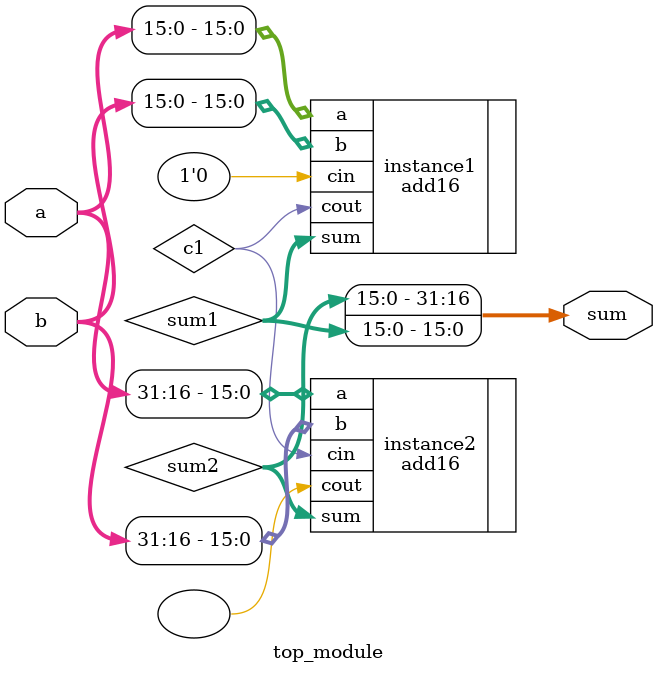
<source format=v>
module top_module(input [31:0] a, input [31:0] b, output [31:0] sum);
    wire c1;
    wire [15:0]sum1,sum2;
    add16 instance1(.a(a[15:0]),.b(b[15:0]),.cin(1'b0), .sum(sum1),.cout(c1));
    add16 instance2(.a(a[31:16]), .b(b[31:16]), .cin(c1), .sum(sum2), .cout());
    assign sum={sum2,sum1}; 
endmodule

</source>
